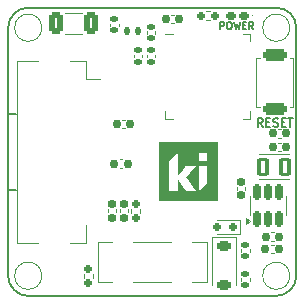
<source format=gto>
G04 #@! TF.GenerationSoftware,KiCad,Pcbnew,9.0.2*
G04 #@! TF.CreationDate,2025-12-01T11:38:31+01:00*
G04 #@! TF.ProjectId,PCB,5043422e-6b69-4636-9164-5f7063625858,rev?*
G04 #@! TF.SameCoordinates,Original*
G04 #@! TF.FileFunction,Legend,Top*
G04 #@! TF.FilePolarity,Positive*
%FSLAX46Y46*%
G04 Gerber Fmt 4.6, Leading zero omitted, Abs format (unit mm)*
G04 Created by KiCad (PCBNEW 9.0.2) date 2025-12-01 11:38:31*
%MOMM*%
%LPD*%
G01*
G04 APERTURE LIST*
G04 Aperture macros list*
%AMRoundRect*
0 Rectangle with rounded corners*
0 $1 Rounding radius*
0 $2 $3 $4 $5 $6 $7 $8 $9 X,Y pos of 4 corners*
0 Add a 4 corners polygon primitive as box body*
4,1,4,$2,$3,$4,$5,$6,$7,$8,$9,$2,$3,0*
0 Add four circle primitives for the rounded corners*
1,1,$1+$1,$2,$3*
1,1,$1+$1,$4,$5*
1,1,$1+$1,$6,$7*
1,1,$1+$1,$8,$9*
0 Add four rect primitives between the rounded corners*
20,1,$1+$1,$2,$3,$4,$5,0*
20,1,$1+$1,$4,$5,$6,$7,0*
20,1,$1+$1,$6,$7,$8,$9,0*
20,1,$1+$1,$8,$9,$2,$3,0*%
%AMOutline5P*
0 Free polygon, 5 corners , with rotation*
0 The origin of the aperture is its center*
0 number of corners: always 5*
0 $1 to $10 corner X, Y*
0 $11 Rotation angle, in degrees counterclockwise*
0 create outline with 5 corners*
4,1,5,$1,$2,$3,$4,$5,$6,$7,$8,$9,$10,$1,$2,$11*%
%AMOutline6P*
0 Free polygon, 6 corners , with rotation*
0 The origin of the aperture is its center*
0 number of corners: always 6*
0 $1 to $12 corner X, Y*
0 $13 Rotation angle, in degrees counterclockwise*
0 create outline with 6 corners*
4,1,6,$1,$2,$3,$4,$5,$6,$7,$8,$9,$10,$11,$12,$1,$2,$13*%
%AMOutline7P*
0 Free polygon, 7 corners , with rotation*
0 The origin of the aperture is its center*
0 number of corners: always 7*
0 $1 to $14 corner X, Y*
0 $15 Rotation angle, in degrees counterclockwise*
0 create outline with 7 corners*
4,1,7,$1,$2,$3,$4,$5,$6,$7,$8,$9,$10,$11,$12,$13,$14,$1,$2,$15*%
%AMOutline8P*
0 Free polygon, 8 corners , with rotation*
0 The origin of the aperture is its center*
0 number of corners: always 8*
0 $1 to $16 corner X, Y*
0 $17 Rotation angle, in degrees counterclockwise*
0 create outline with 8 corners*
4,1,8,$1,$2,$3,$4,$5,$6,$7,$8,$9,$10,$11,$12,$13,$14,$15,$16,$1,$2,$17*%
G04 Aperture macros list end*
%ADD10C,0.150000*%
%ADD11C,0.120000*%
%ADD12C,0.100000*%
%ADD13C,0.000000*%
%ADD14RoundRect,0.155000X0.212500X0.155000X-0.212500X0.155000X-0.212500X-0.155000X0.212500X-0.155000X0*%
%ADD15RoundRect,0.275000X-0.725000X0.275000X-0.725000X-0.275000X0.725000X-0.275000X0.725000X0.275000X0*%
%ADD16RoundRect,0.140000X0.170000X-0.140000X0.170000X0.140000X-0.170000X0.140000X-0.170000X-0.140000X0*%
%ADD17RoundRect,0.140000X-0.170000X0.140000X-0.170000X-0.140000X0.170000X-0.140000X0.170000X0.140000X0*%
%ADD18RoundRect,0.155000X0.155000X-0.212500X0.155000X0.212500X-0.155000X0.212500X-0.155000X-0.212500X0*%
%ADD19C,2.100000*%
%ADD20RoundRect,0.160000X-0.160000X0.197500X-0.160000X-0.197500X0.160000X-0.197500X0.160000X0.197500X0*%
%ADD21C,1.100000*%
%ADD22RoundRect,0.160000X0.222500X0.160000X-0.222500X0.160000X-0.222500X-0.160000X0.222500X-0.160000X0*%
%ADD23RoundRect,0.155000X-0.155000X0.212500X-0.155000X-0.212500X0.155000X-0.212500X0.155000X0.212500X0*%
%ADD24RoundRect,0.150000X-0.150000X-0.200000X0.150000X-0.200000X0.150000X0.200000X-0.150000X0.200000X0*%
%ADD25R,0.665000X0.200000*%
%ADD26R,0.200000X0.665000*%
%ADD27Outline5P,-2.000000X1.700000X-1.700000X2.000000X2.000000X2.000000X2.000000X-2.000000X-2.000000X-2.000000X0.000000*%
%ADD28C,0.800000*%
%ADD29O,1.600000X0.900000*%
%ADD30RoundRect,0.150000X0.150000X-0.512500X0.150000X0.512500X-0.150000X0.512500X-0.150000X-0.512500X0*%
%ADD31RoundRect,0.155000X-0.212500X-0.155000X0.212500X-0.155000X0.212500X0.155000X-0.212500X0.155000X0*%
%ADD32RoundRect,0.150000X-0.350000X-0.650000X0.350000X-0.650000X0.350000X0.650000X-0.350000X0.650000X0*%
%ADD33R,1.300000X0.300000*%
%ADD34R,2.200000X1.800000*%
%ADD35RoundRect,0.250000X0.325000X0.650000X-0.325000X0.650000X-0.325000X-0.650000X0.325000X-0.650000X0*%
%ADD36RoundRect,0.225000X-0.375000X0.225000X-0.375000X-0.225000X0.375000X-0.225000X0.375000X0.225000X0*%
%ADD37RoundRect,0.160000X-0.197500X-0.160000X0.197500X-0.160000X0.197500X0.160000X-0.197500X0.160000X0*%
%ADD38RoundRect,0.147500X-0.147500X-0.172500X0.147500X-0.172500X0.147500X0.172500X-0.147500X0.172500X0*%
G04 APERTURE END LIST*
D10*
X88475000Y-96800000D02*
X87850000Y-96800000D01*
X110500000Y-87800000D02*
X89500000Y-87799999D01*
X112200000Y-89500000D02*
X112200001Y-110500000D01*
X89500000Y-112200001D02*
G75*
G02*
X87799999Y-110500000I0J1700001D01*
G01*
X112200001Y-110500000D02*
G75*
G02*
X110500000Y-112200001I-1700001J0D01*
G01*
X87799999Y-89500000D02*
X87799999Y-110500000D01*
X87799999Y-89500000D02*
G75*
G02*
X89500000Y-87799999I1700001J0D01*
G01*
X88475000Y-103200000D02*
X87800000Y-103200000D01*
X110500000Y-112200001D02*
X89500000Y-112200001D01*
X110500000Y-87800000D02*
G75*
G02*
X112200000Y-89500000I0J-1700000D01*
G01*
X105764286Y-89619771D02*
X105764286Y-89019771D01*
X105764286Y-89019771D02*
X105992857Y-89019771D01*
X105992857Y-89019771D02*
X106050000Y-89048342D01*
X106050000Y-89048342D02*
X106078571Y-89076914D01*
X106078571Y-89076914D02*
X106107143Y-89134057D01*
X106107143Y-89134057D02*
X106107143Y-89219771D01*
X106107143Y-89219771D02*
X106078571Y-89276914D01*
X106078571Y-89276914D02*
X106050000Y-89305485D01*
X106050000Y-89305485D02*
X105992857Y-89334057D01*
X105992857Y-89334057D02*
X105764286Y-89334057D01*
X106478571Y-89019771D02*
X106592857Y-89019771D01*
X106592857Y-89019771D02*
X106650000Y-89048342D01*
X106650000Y-89048342D02*
X106707143Y-89105485D01*
X106707143Y-89105485D02*
X106735714Y-89219771D01*
X106735714Y-89219771D02*
X106735714Y-89419771D01*
X106735714Y-89419771D02*
X106707143Y-89534057D01*
X106707143Y-89534057D02*
X106650000Y-89591200D01*
X106650000Y-89591200D02*
X106592857Y-89619771D01*
X106592857Y-89619771D02*
X106478571Y-89619771D01*
X106478571Y-89619771D02*
X106421429Y-89591200D01*
X106421429Y-89591200D02*
X106364286Y-89534057D01*
X106364286Y-89534057D02*
X106335714Y-89419771D01*
X106335714Y-89419771D02*
X106335714Y-89219771D01*
X106335714Y-89219771D02*
X106364286Y-89105485D01*
X106364286Y-89105485D02*
X106421429Y-89048342D01*
X106421429Y-89048342D02*
X106478571Y-89019771D01*
X106935714Y-89019771D02*
X107078571Y-89619771D01*
X107078571Y-89619771D02*
X107192857Y-89191200D01*
X107192857Y-89191200D02*
X107307142Y-89619771D01*
X107307142Y-89619771D02*
X107450000Y-89019771D01*
X107678571Y-89305485D02*
X107878571Y-89305485D01*
X107964285Y-89619771D02*
X107678571Y-89619771D01*
X107678571Y-89619771D02*
X107678571Y-89019771D01*
X107678571Y-89019771D02*
X107964285Y-89019771D01*
X108564285Y-89619771D02*
X108364285Y-89334057D01*
X108221428Y-89619771D02*
X108221428Y-89019771D01*
X108221428Y-89019771D02*
X108449999Y-89019771D01*
X108449999Y-89019771D02*
X108507142Y-89048342D01*
X108507142Y-89048342D02*
X108535713Y-89076914D01*
X108535713Y-89076914D02*
X108564285Y-89134057D01*
X108564285Y-89134057D02*
X108564285Y-89219771D01*
X108564285Y-89219771D02*
X108535713Y-89276914D01*
X108535713Y-89276914D02*
X108507142Y-89305485D01*
X108507142Y-89305485D02*
X108449999Y-89334057D01*
X108449999Y-89334057D02*
X108221428Y-89334057D01*
X109358333Y-97866033D02*
X109125000Y-97532700D01*
X108958333Y-97866033D02*
X108958333Y-97166033D01*
X108958333Y-97166033D02*
X109225000Y-97166033D01*
X109225000Y-97166033D02*
X109291667Y-97199366D01*
X109291667Y-97199366D02*
X109325000Y-97232700D01*
X109325000Y-97232700D02*
X109358333Y-97299366D01*
X109358333Y-97299366D02*
X109358333Y-97399366D01*
X109358333Y-97399366D02*
X109325000Y-97466033D01*
X109325000Y-97466033D02*
X109291667Y-97499366D01*
X109291667Y-97499366D02*
X109225000Y-97532700D01*
X109225000Y-97532700D02*
X108958333Y-97532700D01*
X109658333Y-97499366D02*
X109891667Y-97499366D01*
X109991667Y-97866033D02*
X109658333Y-97866033D01*
X109658333Y-97866033D02*
X109658333Y-97166033D01*
X109658333Y-97166033D02*
X109991667Y-97166033D01*
X110258333Y-97832700D02*
X110358333Y-97866033D01*
X110358333Y-97866033D02*
X110525000Y-97866033D01*
X110525000Y-97866033D02*
X110591666Y-97832700D01*
X110591666Y-97832700D02*
X110625000Y-97799366D01*
X110625000Y-97799366D02*
X110658333Y-97732700D01*
X110658333Y-97732700D02*
X110658333Y-97666033D01*
X110658333Y-97666033D02*
X110625000Y-97599366D01*
X110625000Y-97599366D02*
X110591666Y-97566033D01*
X110591666Y-97566033D02*
X110525000Y-97532700D01*
X110525000Y-97532700D02*
X110391666Y-97499366D01*
X110391666Y-97499366D02*
X110325000Y-97466033D01*
X110325000Y-97466033D02*
X110291666Y-97432700D01*
X110291666Y-97432700D02*
X110258333Y-97366033D01*
X110258333Y-97366033D02*
X110258333Y-97299366D01*
X110258333Y-97299366D02*
X110291666Y-97232700D01*
X110291666Y-97232700D02*
X110325000Y-97199366D01*
X110325000Y-97199366D02*
X110391666Y-97166033D01*
X110391666Y-97166033D02*
X110558333Y-97166033D01*
X110558333Y-97166033D02*
X110658333Y-97199366D01*
X110958333Y-97499366D02*
X111191667Y-97499366D01*
X111291667Y-97866033D02*
X110958333Y-97866033D01*
X110958333Y-97866033D02*
X110958333Y-97166033D01*
X110958333Y-97166033D02*
X111291667Y-97166033D01*
X111491666Y-97166033D02*
X111891666Y-97166033D01*
X111691666Y-97866033D02*
X111691666Y-97166033D01*
D11*
X110270835Y-107877500D02*
X110039165Y-107877500D01*
X110270835Y-108597500D02*
X110039165Y-108597500D01*
X108805000Y-92030000D02*
X109105000Y-92030000D01*
X108805000Y-96170000D02*
X108805000Y-92030000D01*
X109105000Y-96170000D02*
X108805000Y-96170000D01*
X111645000Y-92030000D02*
X111945000Y-92030000D01*
X111945000Y-92030000D02*
X111945000Y-96170000D01*
X111945000Y-96170000D02*
X111645000Y-96170000D01*
X97465835Y-100640000D02*
X97234165Y-100640000D01*
X97465835Y-101360000D02*
X97234165Y-101360000D01*
X99540000Y-90007836D02*
X99540000Y-89792164D01*
X100260000Y-90007836D02*
X100260000Y-89792164D01*
X96440000Y-89142164D02*
X96440000Y-89357836D01*
X97160000Y-89142164D02*
X97160000Y-89357836D01*
X107140000Y-103215835D02*
X107140000Y-102984165D01*
X107860000Y-103215835D02*
X107860000Y-102984165D01*
D12*
X111650000Y-89500000D02*
G75*
G02*
X109350000Y-89500000I-1150000J0D01*
G01*
X109350000Y-89500000D02*
G75*
G02*
X111650000Y-89500000I1150000J0D01*
G01*
D11*
X94220000Y-110334879D02*
X94220000Y-110670121D01*
X94980000Y-110334879D02*
X94980000Y-110670121D01*
D12*
X90650000Y-89500000D02*
G75*
G02*
X88350000Y-89500000I-1150000J0D01*
G01*
X88350000Y-89500000D02*
G75*
G02*
X90650000Y-89500000I1150000J0D01*
G01*
X108515000Y-88500000D02*
G75*
G02*
X108415000Y-88500000I-50000J0D01*
G01*
X108415000Y-88500000D02*
G75*
G02*
X108515000Y-88500000I50000J0D01*
G01*
D11*
X96240000Y-104884165D02*
X96240000Y-105115835D01*
X96960000Y-104884165D02*
X96960000Y-105115835D01*
X105450000Y-105750000D02*
X107410000Y-105750000D01*
X105450000Y-106950000D02*
X107410000Y-106950000D01*
X107410000Y-106950000D02*
X107410000Y-105750000D01*
X107515000Y-110692164D02*
X107515000Y-110907836D01*
X108235000Y-110692164D02*
X108235000Y-110907836D01*
X101090000Y-97210001D02*
X101090000Y-96560001D01*
X101740000Y-89990001D02*
X101090000Y-89990001D01*
X101740000Y-97210001D02*
X101090000Y-97210001D01*
X107660000Y-89990001D02*
X108310000Y-89990001D01*
X107660000Y-97210001D02*
X108310000Y-97210001D01*
X108310000Y-89990001D02*
X108310000Y-90640001D01*
X108310000Y-97210001D02*
X108310000Y-96560001D01*
X110278335Y-106827500D02*
X110046665Y-106827500D01*
X110278335Y-107547500D02*
X110046665Y-107547500D01*
D12*
X90650000Y-110500000D02*
G75*
G02*
X88350000Y-110500000I-1150000J0D01*
G01*
X88350000Y-110500000D02*
G75*
G02*
X90650000Y-110500000I1150000J0D01*
G01*
X111650000Y-110500000D02*
G75*
G02*
X109350000Y-110500000I-1150000J0D01*
G01*
X109350000Y-110500000D02*
G75*
G02*
X111650000Y-110500000I1150000J0D01*
G01*
D11*
X99540000Y-91792164D02*
X99540000Y-92007836D01*
X100260000Y-91792164D02*
X100260000Y-92007836D01*
D12*
X95400000Y-107600000D02*
X95400000Y-111000000D01*
X95400000Y-107600000D02*
X96600000Y-107600000D01*
X95400000Y-111000000D02*
X96600000Y-111000000D01*
X100000000Y-107600000D02*
X98400000Y-107600000D01*
X100000000Y-107600000D02*
X101600000Y-107600000D01*
X100000000Y-111000000D02*
X98400000Y-111000000D01*
X100000000Y-111000000D02*
X101600000Y-111000000D01*
X104600000Y-107600000D02*
X103400000Y-107600000D01*
X104600000Y-111000000D02*
X103400000Y-111000000D01*
X104600000Y-111000000D02*
X104600000Y-107600000D01*
D11*
X108240000Y-104537500D02*
X108240000Y-103737500D01*
X108240000Y-104537500D02*
X108240000Y-105337500D01*
X111360000Y-104537500D02*
X111360000Y-103737500D01*
X111360000Y-104537500D02*
X111360000Y-105337500D01*
X108290000Y-105837500D02*
X107960000Y-106077500D01*
X107960000Y-105597500D01*
X108290000Y-105837500D01*
G36*
X108290000Y-105837500D02*
G01*
X107960000Y-106077500D01*
X107960000Y-105597500D01*
X108290000Y-105837500D01*
G37*
X110634165Y-99240000D02*
X110865835Y-99240000D01*
X110634165Y-99960000D02*
X110865835Y-99960000D01*
X109040000Y-100190000D02*
X111560000Y-100190000D01*
X109040000Y-102310000D02*
X111560000Y-102310000D01*
X98220000Y-104832379D02*
X98220000Y-105167621D01*
X98980000Y-104832379D02*
X98980000Y-105167621D01*
X98440000Y-92007836D02*
X98440000Y-91792164D01*
X99160000Y-92007836D02*
X99160000Y-91792164D01*
X101584165Y-88390000D02*
X101815835Y-88390000D01*
X101584165Y-89110000D02*
X101815835Y-89110000D01*
X107515000Y-108457836D02*
X107515000Y-108242164D01*
X108235000Y-108457836D02*
X108235000Y-108242164D01*
D13*
G36*
X105555230Y-101704458D02*
G01*
X105555230Y-104205230D01*
X103054458Y-104205230D01*
X100553686Y-104205230D01*
X100553686Y-103116862D01*
X101445149Y-103116862D01*
X101445150Y-103184925D01*
X101445152Y-103238980D01*
X101445155Y-103278004D01*
X101445160Y-103300969D01*
X101445165Y-103307002D01*
X101446127Y-103311003D01*
X101450082Y-103314257D01*
X101458690Y-103316841D01*
X101473609Y-103318832D01*
X101496498Y-103320307D01*
X101529016Y-103321340D01*
X101572821Y-103322011D01*
X101629572Y-103322394D01*
X101700927Y-103322566D01*
X101783283Y-103322604D01*
X101859643Y-103322466D01*
X101930706Y-103322070D01*
X101994426Y-103321450D01*
X102048754Y-103320635D01*
X102091643Y-103319659D01*
X102121046Y-103318551D01*
X102134914Y-103317345D01*
X102135441Y-103317193D01*
X102138462Y-103314634D01*
X102141024Y-103308562D01*
X102143163Y-103297628D01*
X102144917Y-103280483D01*
X102146323Y-103255778D01*
X102147418Y-103222163D01*
X102148240Y-103178291D01*
X102148825Y-103122811D01*
X102149210Y-103054375D01*
X102149433Y-102971634D01*
X102149530Y-102873239D01*
X102149544Y-102804557D01*
X102149685Y-102699036D01*
X102150098Y-102603384D01*
X102150765Y-102518696D01*
X102151667Y-102446066D01*
X102152787Y-102386588D01*
X102154108Y-102341356D01*
X102155611Y-102311464D01*
X102157279Y-102298007D01*
X102157766Y-102297332D01*
X102160961Y-102298740D01*
X102166258Y-102303861D01*
X102174613Y-102314040D01*
X102186980Y-102330623D01*
X102204316Y-102354956D01*
X102227574Y-102388384D01*
X102257712Y-102432254D01*
X102295683Y-102487910D01*
X102342443Y-102556698D01*
X102354524Y-102574494D01*
X102399855Y-102641258D01*
X102437276Y-102696330D01*
X102468881Y-102742783D01*
X102496763Y-102783687D01*
X102523013Y-102822112D01*
X102549726Y-102861129D01*
X102569661Y-102890207D01*
X102597717Y-102931254D01*
X102632404Y-102982216D01*
X102670408Y-103038213D01*
X102708413Y-103094362D01*
X102733094Y-103130923D01*
X102764518Y-103177171D01*
X102793954Y-103219828D01*
X102819427Y-103256080D01*
X102838958Y-103283113D01*
X102850547Y-103298087D01*
X102871829Y-103322604D01*
X103296196Y-103322604D01*
X103395688Y-103322540D01*
X103478724Y-103322320D01*
X103546682Y-103321904D01*
X103600937Y-103321251D01*
X103642865Y-103320320D01*
X103673841Y-103319069D01*
X103695242Y-103317459D01*
X103708443Y-103315449D01*
X103714820Y-103312997D01*
X103715786Y-103310156D01*
X103708997Y-103298842D01*
X103693554Y-103276139D01*
X103671483Y-103244937D01*
X103644809Y-103208125D01*
X103632973Y-103192027D01*
X103606505Y-103156163D01*
X103580081Y-103120310D01*
X103552733Y-103083149D01*
X103523497Y-103043362D01*
X103491406Y-102999631D01*
X103455495Y-102950638D01*
X103414798Y-102895064D01*
X103368349Y-102831592D01*
X103315183Y-102758903D01*
X103254334Y-102675679D01*
X103184836Y-102580602D01*
X103111382Y-102480098D01*
X103072489Y-102427001D01*
X103032663Y-102372846D01*
X102994653Y-102321355D01*
X102961206Y-102276248D01*
X102945295Y-102254941D01*
X103968287Y-102254941D01*
X103968287Y-103318061D01*
X104315988Y-102970446D01*
X104663689Y-102622831D01*
X104663689Y-101907326D01*
X104663689Y-101191822D01*
X104315988Y-101191822D01*
X103968287Y-101191822D01*
X103968287Y-102254941D01*
X102945295Y-102254941D01*
X102935068Y-102241246D01*
X102931775Y-102236867D01*
X102905138Y-102201008D01*
X102888131Y-102176322D01*
X102879340Y-102159987D01*
X102877346Y-102149180D01*
X102880733Y-102141080D01*
X102882550Y-102138798D01*
X102895894Y-102123180D01*
X102919238Y-102095838D01*
X102951010Y-102058613D01*
X102989639Y-102013345D01*
X103033554Y-101961878D01*
X103081184Y-101906052D01*
X103130957Y-101847709D01*
X103181302Y-101788691D01*
X103230648Y-101730839D01*
X103277424Y-101675996D01*
X103317705Y-101628761D01*
X103366811Y-101571208D01*
X103419196Y-101509871D01*
X103471594Y-101448571D01*
X103520736Y-101391130D01*
X103563356Y-101341369D01*
X103582582Y-101318951D01*
X103691683Y-101191822D01*
X103266001Y-101191822D01*
X103167552Y-101191858D01*
X103085420Y-101192001D01*
X103018090Y-101192307D01*
X102964048Y-101192830D01*
X102921779Y-101193623D01*
X102889771Y-101194741D01*
X102866508Y-101196238D01*
X102850477Y-101198168D01*
X102840162Y-101200586D01*
X102834050Y-101203546D01*
X102830627Y-101207101D01*
X102830418Y-101207424D01*
X102821063Y-101220476D01*
X102803262Y-101243949D01*
X102779700Y-101274340D01*
X102756936Y-101303264D01*
X102722936Y-101346198D01*
X102684906Y-101394263D01*
X102648890Y-101439819D01*
X102633513Y-101459284D01*
X102604441Y-101496077D01*
X102568693Y-101541287D01*
X102530667Y-101589353D01*
X102494758Y-101634717D01*
X102492482Y-101637592D01*
X102456870Y-101682731D01*
X102418883Y-101731157D01*
X102382922Y-101777246D01*
X102353385Y-101815375D01*
X102351802Y-101817431D01*
X102326425Y-101850166D01*
X102304190Y-101878397D01*
X102287867Y-101898636D01*
X102281061Y-101906586D01*
X102270971Y-101918585D01*
X102253164Y-101941033D01*
X102230633Y-101970126D01*
X102217356Y-101987522D01*
X102194198Y-102017050D01*
X102174567Y-102040283D01*
X102161164Y-102054117D01*
X102157223Y-102056616D01*
X102156193Y-102047887D01*
X102155204Y-102022444D01*
X102154266Y-101981403D01*
X102153387Y-101925881D01*
X102152577Y-101856995D01*
X102151843Y-101775862D01*
X102151195Y-101683598D01*
X102150642Y-101581320D01*
X102150191Y-101470144D01*
X102149852Y-101351188D01*
X102149634Y-101225567D01*
X102149545Y-101094399D01*
X102149544Y-101073707D01*
X102149544Y-100438470D01*
X103968287Y-100438470D01*
X103968287Y-100790628D01*
X104315988Y-100790628D01*
X104663689Y-100790628D01*
X104663689Y-100438470D01*
X104663689Y-100086311D01*
X104315988Y-100086311D01*
X103968287Y-100086311D01*
X103968287Y-100438470D01*
X102149544Y-100438470D01*
X102149544Y-100090797D01*
X101797430Y-100442941D01*
X101445317Y-100795086D01*
X101445211Y-102043243D01*
X101445199Y-102191209D01*
X101445188Y-102334400D01*
X101445178Y-102471789D01*
X101445170Y-102602352D01*
X101445163Y-102725062D01*
X101445157Y-102838893D01*
X101445153Y-102942821D01*
X101445150Y-103035819D01*
X101445149Y-103116862D01*
X100553686Y-103116862D01*
X100553686Y-101704458D01*
X100553686Y-100086311D01*
X100553686Y-99203686D01*
X103054458Y-99203686D01*
X105555230Y-99203686D01*
X105555230Y-101704458D01*
G37*
D11*
X110634165Y-98090000D02*
X110865835Y-98090000D01*
X110634165Y-98810000D02*
X110865835Y-98810000D01*
X88510000Y-92300000D02*
X88510000Y-107700000D01*
X88510000Y-107700000D02*
X90300000Y-107700000D01*
X90300000Y-92300000D02*
X88510000Y-92300000D01*
X94410000Y-92300000D02*
X93020000Y-92300000D01*
X94410000Y-93840000D02*
X94410000Y-92300000D01*
X94410000Y-93840000D02*
X95560000Y-93840000D01*
X94410000Y-106160000D02*
X94410000Y-107700000D01*
X94410000Y-107700000D02*
X93020000Y-107700000D01*
X97665835Y-97290000D02*
X97434165Y-97290000D01*
X97665835Y-98010000D02*
X97434165Y-98010000D01*
X94061252Y-88215000D02*
X92638748Y-88215000D01*
X94061252Y-90035000D02*
X92638748Y-90035000D01*
X105075000Y-107240000D02*
X105075000Y-111250000D01*
X107075000Y-107240000D02*
X105075000Y-107240000D01*
X107075000Y-107240000D02*
X107075000Y-111250000D01*
X104534879Y-88120000D02*
X104870121Y-88120000D01*
X104534879Y-88880000D02*
X104870121Y-88880000D01*
X97240000Y-104884165D02*
X97240000Y-105115835D01*
X97960000Y-104884165D02*
X97960000Y-105115835D01*
%LPC*%
D14*
X110722500Y-108237500D03*
X109587500Y-108237500D03*
D15*
X110375000Y-91800000D03*
X110375000Y-96400000D03*
D14*
X97917500Y-101000000D03*
X96782500Y-101000000D03*
D16*
X99900000Y-90380000D03*
X99900000Y-89420000D03*
D17*
X96800000Y-88770000D03*
X96800000Y-89730000D03*
D18*
X107500000Y-103667500D03*
X107500000Y-102532500D03*
D19*
X110500000Y-89500000D03*
D20*
X94600000Y-109905000D03*
X94600000Y-111100000D03*
D21*
X89500000Y-89500000D03*
D22*
X107772500Y-88500000D03*
X106627500Y-88500000D03*
D23*
X96600000Y-104432500D03*
X96600000Y-105567500D03*
D24*
X106850000Y-106350000D03*
X105450000Y-106350000D03*
D17*
X107875000Y-110320000D03*
X107875000Y-111280000D03*
D25*
X101292000Y-91000001D03*
X101292000Y-91400001D03*
X101292000Y-91800001D03*
X101292000Y-92200001D03*
X101292000Y-92600001D03*
X101292000Y-93000001D03*
X101292000Y-93400001D03*
X101292000Y-93800001D03*
X101292000Y-94200001D03*
X101292000Y-94600001D03*
X101292000Y-95000001D03*
X101292000Y-95400001D03*
X101292000Y-95800001D03*
X101292000Y-96200001D03*
D26*
X102100000Y-97008001D03*
X102500000Y-97008001D03*
X102900000Y-97008001D03*
X103300000Y-97008001D03*
X103700000Y-97008001D03*
X104100000Y-97008001D03*
X104500000Y-97008001D03*
X104900000Y-97008001D03*
X105300000Y-97008001D03*
X105700000Y-97008001D03*
X106100000Y-97008001D03*
X106500000Y-97008001D03*
X106900000Y-97008001D03*
X107300000Y-97008001D03*
D25*
X108108000Y-96200001D03*
X108108000Y-95800001D03*
X108108000Y-95400001D03*
X108108000Y-95000001D03*
X108108000Y-94600001D03*
X108108000Y-94200001D03*
X108108000Y-93800001D03*
X108108000Y-93400001D03*
X108108000Y-93000001D03*
X108108000Y-92600001D03*
X108108000Y-92200001D03*
X108108000Y-91800001D03*
X108108000Y-91400001D03*
X108108000Y-91000001D03*
D26*
X107300000Y-90192001D03*
X106900000Y-90192001D03*
X106500000Y-90192001D03*
X106100000Y-90192001D03*
X105700000Y-90192001D03*
X105300000Y-90192001D03*
X104900000Y-90192001D03*
X104500000Y-90192001D03*
X104100000Y-90192001D03*
X103700000Y-90192001D03*
X103300000Y-90192001D03*
X102900000Y-90192001D03*
X102500000Y-90192001D03*
X102100000Y-90192001D03*
D27*
X104700000Y-93600001D03*
D14*
X110730000Y-107187500D03*
X109595000Y-107187500D03*
D19*
X89500000Y-110500000D03*
X110500000Y-110500000D03*
D17*
X99900000Y-91420000D03*
X99900000Y-92380000D03*
D28*
X96150000Y-108625000D03*
X97250000Y-108625000D03*
X98350000Y-108625000D03*
X99450000Y-108625000D03*
X100550000Y-108625000D03*
X101650000Y-108625000D03*
X102750000Y-108625000D03*
X103850000Y-108625000D03*
X103850000Y-109975000D03*
X102750000Y-109975000D03*
X101650000Y-109975000D03*
X100550000Y-109975000D03*
X99450000Y-109975000D03*
X98350000Y-109975000D03*
X97250000Y-109975000D03*
X96150000Y-109975000D03*
D29*
X97500000Y-107150000D03*
X97500000Y-111450000D03*
X102500000Y-107150000D03*
X102500000Y-111450000D03*
D30*
X108850000Y-105675000D03*
X109800000Y-105675000D03*
X110750000Y-105675000D03*
X110750000Y-103400000D03*
X109800000Y-103400000D03*
X108850000Y-103400000D03*
D31*
X110182500Y-99600000D03*
X111317500Y-99600000D03*
D32*
X109350000Y-101250000D03*
X111250000Y-101250000D03*
D20*
X98600000Y-104402500D03*
X98600000Y-105597500D03*
D16*
X98800000Y-92380000D03*
X98800000Y-91420000D03*
D31*
X101132500Y-88750000D03*
X102267500Y-88750000D03*
D16*
X107875000Y-108830000D03*
X107875000Y-107870000D03*
D31*
X110182500Y-98450000D03*
X111317500Y-98450000D03*
D33*
X94910000Y-105750000D03*
X94910000Y-105250000D03*
X94910000Y-104750000D03*
X94910000Y-104250000D03*
X94910000Y-103750000D03*
X94910000Y-103250000D03*
X94910000Y-102750000D03*
X94910000Y-102250000D03*
X94910000Y-101750000D03*
X94910000Y-101250000D03*
X94910000Y-100750000D03*
X94910000Y-100250000D03*
X94910000Y-99750000D03*
X94910000Y-99250000D03*
X94910000Y-98750000D03*
X94910000Y-98250000D03*
X94910000Y-97750000D03*
X94910000Y-97250000D03*
X94910000Y-96750000D03*
X94910000Y-96250000D03*
X94910000Y-95750000D03*
X94910000Y-95250000D03*
X94910000Y-94750000D03*
X94910000Y-94250000D03*
D34*
X91660000Y-92350000D03*
X91660000Y-107650000D03*
D14*
X98117500Y-97650000D03*
X96982500Y-97650000D03*
D35*
X94825000Y-89125000D03*
X91875000Y-89125000D03*
D36*
X106075000Y-107950000D03*
X106075000Y-111250000D03*
D37*
X104105000Y-88500000D03*
X105300000Y-88500000D03*
D23*
X97600000Y-104432500D03*
X97600000Y-105567500D03*
D38*
X97865000Y-89800000D03*
X98835000Y-89800000D03*
%LPD*%
M02*

</source>
